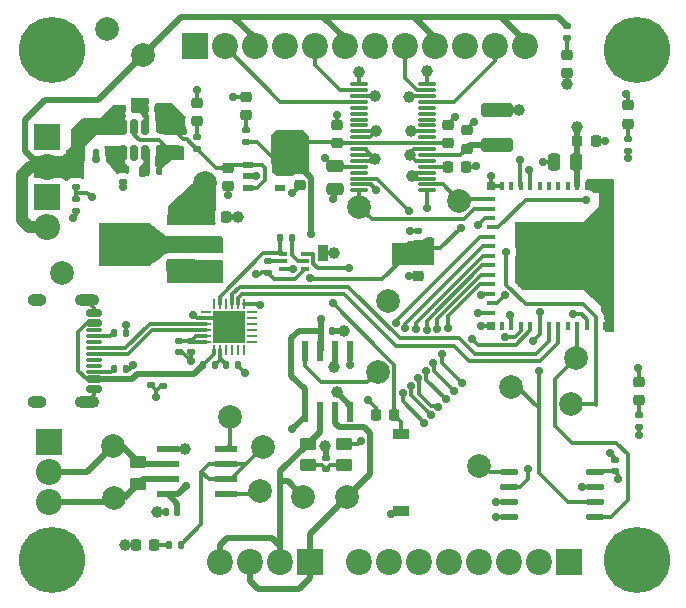
<source format=gtl>
G04 #@! TF.GenerationSoftware,KiCad,Pcbnew,8.0.6*
G04 #@! TF.CreationDate,2024-12-10T14:38:04-08:00*
G04 #@! TF.ProjectId,Constellation Stack V1.2,436f6e73-7465-46c6-9c61-74696f6e2053,rev?*
G04 #@! TF.SameCoordinates,Original*
G04 #@! TF.FileFunction,Copper,L1,Top*
G04 #@! TF.FilePolarity,Positive*
%FSLAX46Y46*%
G04 Gerber Fmt 4.6, Leading zero omitted, Abs format (unit mm)*
G04 Created by KiCad (PCBNEW 8.0.6) date 2024-12-10 14:38:04*
%MOMM*%
%LPD*%
G01*
G04 APERTURE LIST*
G04 Aperture macros list*
%AMRoundRect*
0 Rectangle with rounded corners*
0 $1 Rounding radius*
0 $2 $3 $4 $5 $6 $7 $8 $9 X,Y pos of 4 corners*
0 Add a 4 corners polygon primitive as box body*
4,1,4,$2,$3,$4,$5,$6,$7,$8,$9,$2,$3,0*
0 Add four circle primitives for the rounded corners*
1,1,$1+$1,$2,$3*
1,1,$1+$1,$4,$5*
1,1,$1+$1,$6,$7*
1,1,$1+$1,$8,$9*
0 Add four rect primitives between the rounded corners*
20,1,$1+$1,$2,$3,$4,$5,0*
20,1,$1+$1,$4,$5,$6,$7,0*
20,1,$1+$1,$6,$7,$8,$9,0*
20,1,$1+$1,$8,$9,$2,$3,0*%
%AMFreePoly0*
4,1,14,0.728536,0.728536,0.730000,0.725000,0.730000,-0.725000,0.728536,-0.728536,0.725000,-0.730000,-0.725000,-0.730000,-0.728536,-0.728536,-0.730000,-0.725000,-0.730000,0.125000,-0.728536,0.128536,-0.128536,0.728536,-0.125000,0.730000,0.725000,0.730000,0.728536,0.728536,0.728536,0.728536,$1*%
G04 Aperture macros list end*
G04 #@! TA.AperFunction,SMDPad,CuDef*
%ADD10RoundRect,0.150000X-0.500000X0.150000X-0.500000X-0.150000X0.500000X-0.150000X0.500000X0.150000X0*%
G04 #@! TD*
G04 #@! TA.AperFunction,SMDPad,CuDef*
%ADD11RoundRect,0.075000X-0.575000X0.075000X-0.575000X-0.075000X0.575000X-0.075000X0.575000X0.075000X0*%
G04 #@! TD*
G04 #@! TA.AperFunction,ComponentPad*
%ADD12O,2.100000X1.000000*%
G04 #@! TD*
G04 #@! TA.AperFunction,ComponentPad*
%ADD13O,1.600000X1.000000*%
G04 #@! TD*
G04 #@! TA.AperFunction,SMDPad,CuDef*
%ADD14RoundRect,0.250000X0.850000X-0.375000X0.850000X0.375000X-0.850000X0.375000X-0.850000X-0.375000X0*%
G04 #@! TD*
G04 #@! TA.AperFunction,SMDPad,CuDef*
%ADD15RoundRect,0.135000X-0.135000X-0.185000X0.135000X-0.185000X0.135000X0.185000X-0.135000X0.185000X0*%
G04 #@! TD*
G04 #@! TA.AperFunction,SMDPad,CuDef*
%ADD16RoundRect,0.135000X-0.185000X0.135000X-0.185000X-0.135000X0.185000X-0.135000X0.185000X0.135000X0*%
G04 #@! TD*
G04 #@! TA.AperFunction,SMDPad,CuDef*
%ADD17RoundRect,0.135000X0.185000X-0.135000X0.185000X0.135000X-0.185000X0.135000X-0.185000X-0.135000X0*%
G04 #@! TD*
G04 #@! TA.AperFunction,SMDPad,CuDef*
%ADD18RoundRect,0.140000X-0.170000X0.140000X-0.170000X-0.140000X0.170000X-0.140000X0.170000X0.140000X0*%
G04 #@! TD*
G04 #@! TA.AperFunction,SMDPad,CuDef*
%ADD19RoundRect,0.073750X-0.221250X0.801250X-0.221250X-0.801250X0.221250X-0.801250X0.221250X0.801250X0*%
G04 #@! TD*
G04 #@! TA.AperFunction,SMDPad,CuDef*
%ADD20RoundRect,0.250000X-1.100000X0.325000X-1.100000X-0.325000X1.100000X-0.325000X1.100000X0.325000X0*%
G04 #@! TD*
G04 #@! TA.AperFunction,SMDPad,CuDef*
%ADD21R,1.397000X0.889000*%
G04 #@! TD*
G04 #@! TA.AperFunction,SMDPad,CuDef*
%ADD22RoundRect,0.250000X-0.450000X0.262500X-0.450000X-0.262500X0.450000X-0.262500X0.450000X0.262500X0*%
G04 #@! TD*
G04 #@! TA.AperFunction,SMDPad,CuDef*
%ADD23R,0.952500X0.508000*%
G04 #@! TD*
G04 #@! TA.AperFunction,SMDPad,CuDef*
%ADD24RoundRect,0.075000X0.662500X0.075000X-0.662500X0.075000X-0.662500X-0.075000X0.662500X-0.075000X0*%
G04 #@! TD*
G04 #@! TA.AperFunction,SMDPad,CuDef*
%ADD25RoundRect,0.218750X0.256250X-0.218750X0.256250X0.218750X-0.256250X0.218750X-0.256250X-0.218750X0*%
G04 #@! TD*
G04 #@! TA.AperFunction,SMDPad,CuDef*
%ADD26RoundRect,0.140000X-0.140000X-0.170000X0.140000X-0.170000X0.140000X0.170000X-0.140000X0.170000X0*%
G04 #@! TD*
G04 #@! TA.AperFunction,SMDPad,CuDef*
%ADD27RoundRect,0.225000X-0.250000X0.225000X-0.250000X-0.225000X0.250000X-0.225000X0.250000X0.225000X0*%
G04 #@! TD*
G04 #@! TA.AperFunction,SMDPad,CuDef*
%ADD28RoundRect,0.250000X0.450000X-0.262500X0.450000X0.262500X-0.450000X0.262500X-0.450000X-0.262500X0*%
G04 #@! TD*
G04 #@! TA.AperFunction,SMDPad,CuDef*
%ADD29RoundRect,0.135000X0.135000X0.185000X-0.135000X0.185000X-0.135000X-0.185000X0.135000X-0.185000X0*%
G04 #@! TD*
G04 #@! TA.AperFunction,SMDPad,CuDef*
%ADD30RoundRect,0.062500X-0.350000X-0.062500X0.350000X-0.062500X0.350000X0.062500X-0.350000X0.062500X0*%
G04 #@! TD*
G04 #@! TA.AperFunction,SMDPad,CuDef*
%ADD31RoundRect,0.062500X-0.062500X-0.350000X0.062500X-0.350000X0.062500X0.350000X-0.062500X0.350000X0*%
G04 #@! TD*
G04 #@! TA.AperFunction,SMDPad,CuDef*
%ADD32R,2.700000X2.700000*%
G04 #@! TD*
G04 #@! TA.AperFunction,ComponentPad*
%ADD33C,5.600000*%
G04 #@! TD*
G04 #@! TA.AperFunction,SMDPad,CuDef*
%ADD34RoundRect,0.218750X-0.256250X0.218750X-0.256250X-0.218750X0.256250X-0.218750X0.256250X0.218750X0*%
G04 #@! TD*
G04 #@! TA.AperFunction,SMDPad,CuDef*
%ADD35RoundRect,0.140000X0.140000X0.170000X-0.140000X0.170000X-0.140000X-0.170000X0.140000X-0.170000X0*%
G04 #@! TD*
G04 #@! TA.AperFunction,SMDPad,CuDef*
%ADD36RoundRect,0.133350X-0.615950X-0.133350X0.615950X-0.133350X0.615950X0.133350X-0.615950X0.133350X0*%
G04 #@! TD*
G04 #@! TA.AperFunction,SMDPad,CuDef*
%ADD37RoundRect,0.140000X0.170000X-0.140000X0.170000X0.140000X-0.170000X0.140000X-0.170000X-0.140000X0*%
G04 #@! TD*
G04 #@! TA.AperFunction,SMDPad,CuDef*
%ADD38R,0.650000X0.400000*%
G04 #@! TD*
G04 #@! TA.AperFunction,SMDPad,CuDef*
%ADD39RoundRect,0.225000X0.225000X0.250000X-0.225000X0.250000X-0.225000X-0.250000X0.225000X-0.250000X0*%
G04 #@! TD*
G04 #@! TA.AperFunction,SMDPad,CuDef*
%ADD40R,0.889000X1.397000*%
G04 #@! TD*
G04 #@! TA.AperFunction,SMDPad,CuDef*
%ADD41RoundRect,0.225000X-0.225000X-0.250000X0.225000X-0.250000X0.225000X0.250000X-0.225000X0.250000X0*%
G04 #@! TD*
G04 #@! TA.AperFunction,SMDPad,CuDef*
%ADD42RoundRect,0.250000X-0.475000X0.250000X-0.475000X-0.250000X0.475000X-0.250000X0.475000X0.250000X0*%
G04 #@! TD*
G04 #@! TA.AperFunction,SMDPad,CuDef*
%ADD43RoundRect,0.150000X-0.150000X0.512500X-0.150000X-0.512500X0.150000X-0.512500X0.150000X0.512500X0*%
G04 #@! TD*
G04 #@! TA.AperFunction,SMDPad,CuDef*
%ADD44R,1.981200X0.540800*%
G04 #@! TD*
G04 #@! TA.AperFunction,SMDPad,CuDef*
%ADD45RoundRect,0.250000X0.250000X0.475000X-0.250000X0.475000X-0.250000X-0.475000X0.250000X-0.475000X0*%
G04 #@! TD*
G04 #@! TA.AperFunction,SMDPad,CuDef*
%ADD46R,0.400000X0.800000*%
G04 #@! TD*
G04 #@! TA.AperFunction,SMDPad,CuDef*
%ADD47R,0.800000X0.400000*%
G04 #@! TD*
G04 #@! TA.AperFunction,SMDPad,CuDef*
%ADD48R,1.450000X1.450000*%
G04 #@! TD*
G04 #@! TA.AperFunction,SMDPad,CuDef*
%ADD49R,0.700000X0.700000*%
G04 #@! TD*
G04 #@! TA.AperFunction,SMDPad,CuDef*
%ADD50FreePoly0,270.000000*%
G04 #@! TD*
G04 #@! TA.AperFunction,SMDPad,CuDef*
%ADD51RoundRect,0.250000X0.475000X-0.250000X0.475000X0.250000X-0.475000X0.250000X-0.475000X-0.250000X0*%
G04 #@! TD*
G04 #@! TA.AperFunction,SMDPad,CuDef*
%ADD52RoundRect,0.218750X-0.218750X-0.256250X0.218750X-0.256250X0.218750X0.256250X-0.218750X0.256250X0*%
G04 #@! TD*
G04 #@! TA.AperFunction,SMDPad,CuDef*
%ADD53R,2.150000X0.950000*%
G04 #@! TD*
G04 #@! TA.AperFunction,SMDPad,CuDef*
%ADD54R,2.150000X3.250000*%
G04 #@! TD*
G04 #@! TA.AperFunction,ComponentPad*
%ADD55C,2.000000*%
G04 #@! TD*
G04 #@! TA.AperFunction,ComponentPad*
%ADD56O,2.200000X2.200000*%
G04 #@! TD*
G04 #@! TA.AperFunction,ComponentPad*
%ADD57R,2.200000X2.200000*%
G04 #@! TD*
G04 #@! TA.AperFunction,ComponentPad*
%ADD58C,2.200000*%
G04 #@! TD*
G04 #@! TA.AperFunction,ViaPad*
%ADD59C,0.700000*%
G04 #@! TD*
G04 #@! TA.AperFunction,ViaPad*
%ADD60C,1.000000*%
G04 #@! TD*
G04 #@! TA.AperFunction,Conductor*
%ADD61C,0.300000*%
G04 #@! TD*
G04 #@! TA.AperFunction,Conductor*
%ADD62C,0.500000*%
G04 #@! TD*
G04 #@! TA.AperFunction,Conductor*
%ADD63C,1.000000*%
G04 #@! TD*
G04 APERTURE END LIST*
D10*
X32760000Y-51470000D03*
X32760000Y-52270000D03*
D11*
X32760000Y-53420000D03*
X32760000Y-54420000D03*
X32760000Y-54920000D03*
X32760000Y-55920000D03*
D10*
X32760000Y-57070000D03*
X32760000Y-57870000D03*
X32760000Y-57870000D03*
X32760000Y-57070000D03*
D11*
X32760000Y-56420000D03*
X32760000Y-55420000D03*
X32760000Y-53920000D03*
X32760000Y-52920000D03*
D10*
X32760000Y-52270000D03*
X32760000Y-51470000D03*
D12*
X32120000Y-50350000D03*
D13*
X27940000Y-50350000D03*
D12*
X32120000Y-58990000D03*
D13*
X27940000Y-58990000D03*
D14*
X39300000Y-37865000D03*
X39300000Y-35715000D03*
D15*
X32940000Y-37930000D03*
X33960000Y-37930000D03*
D16*
X35190000Y-39360001D03*
X35190000Y-40379999D03*
D17*
X78860000Y-61121250D03*
X78860000Y-60101250D03*
D18*
X39940000Y-53797500D03*
X39940000Y-54757500D03*
D17*
X47470000Y-48040000D03*
X47470000Y-47020000D03*
D19*
X54385000Y-54635000D03*
X53115000Y-54635000D03*
X51845000Y-54635000D03*
X50575000Y-54635000D03*
X50575000Y-59805000D03*
X51845000Y-59805000D03*
X53115000Y-59805000D03*
X54385000Y-59805000D03*
D20*
X66840000Y-34265000D03*
X66840000Y-37215000D03*
D21*
X58760000Y-68190002D03*
X58760000Y-61690000D03*
D18*
X38549999Y-56630000D03*
X38549999Y-57590000D03*
D15*
X48460000Y-45090000D03*
X49480000Y-45090000D03*
D22*
X53880000Y-62492500D03*
X53880000Y-64317500D03*
D16*
X72810000Y-27160000D03*
X72810000Y-28180000D03*
D23*
X45762050Y-38930040D03*
X45762050Y-39880000D03*
X45762050Y-40829960D03*
X48517950Y-40829960D03*
X48517950Y-38930040D03*
D24*
X60922500Y-41060000D03*
X60922500Y-40560000D03*
X60922500Y-40060000D03*
X60922500Y-39560000D03*
X60922500Y-39060000D03*
X60922500Y-38560000D03*
X60922500Y-38060000D03*
X60922500Y-37560000D03*
X60922500Y-37060000D03*
X60922500Y-36560000D03*
X60922500Y-36060000D03*
X60922500Y-35560000D03*
X60922500Y-35060000D03*
X60922500Y-34560000D03*
X60922500Y-34060000D03*
X60922500Y-33560000D03*
X60922500Y-33060000D03*
X60922500Y-32560000D03*
X60922500Y-32060000D03*
X55197500Y-32060000D03*
X55197500Y-32560000D03*
X55197500Y-33060000D03*
X55197500Y-33560000D03*
X55197500Y-34060000D03*
X55197500Y-34560000D03*
X55197500Y-35060000D03*
X55197500Y-35560000D03*
X55197500Y-36060000D03*
X55197500Y-36560000D03*
X55197500Y-37060000D03*
X55197500Y-37560000D03*
X55197500Y-38060000D03*
X55197500Y-38560000D03*
X55197500Y-39060000D03*
X55197500Y-39560000D03*
X55197500Y-40060000D03*
X55197500Y-40560000D03*
X55197500Y-41060000D03*
D25*
X72810000Y-31145000D03*
X72810000Y-29570000D03*
D26*
X35160000Y-34170000D03*
X36120000Y-34170000D03*
D27*
X64310000Y-35965000D03*
X64310000Y-37515000D03*
D28*
X36490000Y-65922500D03*
X36490000Y-64097500D03*
D29*
X43020001Y-55807500D03*
X42000001Y-55807500D03*
D30*
X42207500Y-51360000D03*
X42207500Y-51860000D03*
X42207500Y-52360000D03*
X42207500Y-52860000D03*
X42207500Y-53360000D03*
X42207500Y-53860000D03*
D31*
X42920000Y-54572500D03*
X43420000Y-54572500D03*
X43920000Y-54572500D03*
X44420000Y-54572500D03*
X44920000Y-54572500D03*
X45420000Y-54572500D03*
D30*
X46132500Y-53860000D03*
X46132500Y-53360000D03*
X46132500Y-52860000D03*
X46132500Y-52360000D03*
X46132500Y-51860000D03*
X46132500Y-51360000D03*
D31*
X45420000Y-50647500D03*
X44920000Y-50647500D03*
X44420000Y-50647500D03*
X43920000Y-50647500D03*
X43420000Y-50647500D03*
X42920000Y-50647500D03*
D32*
X44170000Y-52610000D03*
D27*
X60215001Y-46745318D03*
X60215001Y-48295318D03*
D16*
X60215450Y-44480318D03*
X60215450Y-45500318D03*
D27*
X50170000Y-39095000D03*
X50170000Y-40645000D03*
D33*
X29210000Y-29210000D03*
D28*
X50860000Y-64320000D03*
X50860000Y-62495000D03*
D16*
X31200000Y-39720002D03*
X31200000Y-40740002D03*
D29*
X40130000Y-71050000D03*
X39110000Y-71050000D03*
D34*
X45640001Y-33142502D03*
X45640001Y-34717502D03*
X41460000Y-33645000D03*
X41460000Y-35220000D03*
D27*
X62730000Y-35515000D03*
X62730000Y-37065000D03*
D34*
X78860000Y-57243751D03*
X78860000Y-58818751D03*
D33*
X29210000Y-72390000D03*
D29*
X44970000Y-55817500D03*
X43950000Y-55817500D03*
D35*
X39790000Y-68250000D03*
X38830000Y-68250000D03*
D33*
X78740000Y-29210000D03*
D36*
X67882400Y-64875000D03*
X67882400Y-66145000D03*
X67882400Y-67415000D03*
X67882400Y-68685000D03*
X75197600Y-68685000D03*
X75197600Y-67415000D03*
X75197600Y-66145000D03*
X75197600Y-64875000D03*
D37*
X76850000Y-64860000D03*
X76850000Y-63900000D03*
D27*
X44100001Y-39155001D03*
X44100001Y-40705001D03*
D38*
X48710000Y-46410000D03*
X48710000Y-47060000D03*
X48710000Y-47710000D03*
X50610000Y-47710000D03*
X50610000Y-47060000D03*
X50610000Y-46410000D03*
D39*
X58185000Y-60090000D03*
X56635000Y-60090000D03*
D17*
X41460000Y-37519999D03*
X41460000Y-36499999D03*
D40*
X52094999Y-46390318D03*
X58595001Y-46390318D03*
D41*
X42410000Y-43300000D03*
X43960000Y-43300000D03*
D42*
X42710000Y-45690000D03*
X42710000Y-47590000D03*
D16*
X31190000Y-41760000D03*
X31190000Y-42780000D03*
D15*
X34400000Y-56180000D03*
X35420000Y-56180000D03*
D27*
X53330000Y-35515000D03*
X53330000Y-37065000D03*
D15*
X34410000Y-53140000D03*
X35430000Y-53140000D03*
D43*
X37099999Y-35655000D03*
X36150000Y-35655000D03*
X35200001Y-35655000D03*
X35200001Y-37930000D03*
X36150000Y-37930000D03*
X37099999Y-37930000D03*
D17*
X45640000Y-36940000D03*
X45640000Y-35920000D03*
D18*
X52370000Y-63707500D03*
X52370000Y-64667500D03*
D44*
X43904999Y-66795000D03*
X43904999Y-65525000D03*
X43904999Y-64255000D03*
X43904999Y-62985000D03*
X38975001Y-62985000D03*
X38975001Y-64255000D03*
X38975001Y-65525000D03*
X38975001Y-66795000D03*
D17*
X77960000Y-37710000D03*
X77960000Y-36690000D03*
D45*
X73550000Y-38650000D03*
X71650000Y-38650000D03*
D35*
X38070000Y-34170000D03*
X37110000Y-34170000D03*
D18*
X37540000Y-56610000D03*
X37540000Y-57570000D03*
D46*
X75270000Y-40700000D03*
X74470000Y-40700000D03*
X73670000Y-40700000D03*
X72870000Y-40700000D03*
X72070000Y-40700000D03*
X71270000Y-40700000D03*
X70470000Y-40700000D03*
X69670000Y-40700000D03*
X68870000Y-40700000D03*
X68070000Y-40700000D03*
X67270000Y-40700000D03*
D47*
X66370000Y-41800000D03*
X66370000Y-42600000D03*
X66370000Y-43400000D03*
X66370000Y-44200000D03*
X66370000Y-45000000D03*
X66370000Y-45800000D03*
X66370000Y-46600000D03*
X66370000Y-47400000D03*
X66370000Y-48200000D03*
X66370000Y-49000000D03*
X66370000Y-49800000D03*
X66370000Y-50600000D03*
X66370000Y-51400000D03*
D46*
X67270000Y-52500000D03*
X68070000Y-52500000D03*
X68870000Y-52500000D03*
X69670000Y-52500000D03*
X70470000Y-52500000D03*
X71270000Y-52500000D03*
X72070000Y-52500000D03*
X72870000Y-52500000D03*
X73670000Y-52500000D03*
X74470000Y-52500000D03*
X75270000Y-52500000D03*
D47*
X76170000Y-51400000D03*
X76170000Y-50600000D03*
X76170000Y-49800000D03*
X76170000Y-49000000D03*
X76170000Y-48200000D03*
X76170000Y-47400000D03*
X76170000Y-46600000D03*
X76170000Y-45800000D03*
X76170000Y-45000000D03*
X76170000Y-44200000D03*
X76170000Y-43400000D03*
X76170000Y-42600000D03*
X76170000Y-41800000D03*
D48*
X71270000Y-46600000D03*
D49*
X76220000Y-52550000D03*
X66320000Y-52550000D03*
X66320000Y-40650000D03*
X76220000Y-40650000D03*
D48*
X71270000Y-44650000D03*
X69320000Y-44650000D03*
X69320000Y-46600000D03*
X69320000Y-48550000D03*
X71270000Y-48550000D03*
X73220000Y-48550000D03*
X73220000Y-46600000D03*
D50*
X73220000Y-44650000D03*
D51*
X53140000Y-40900000D03*
X53140000Y-39000000D03*
D33*
X78740000Y-72380000D03*
D34*
X77960000Y-33822500D03*
X77960000Y-35397500D03*
D52*
X36272501Y-71050000D03*
X37847501Y-71050000D03*
D26*
X51950000Y-52940000D03*
X52910000Y-52940000D03*
D41*
X62695000Y-39060000D03*
X64245000Y-39060000D03*
D26*
X37260000Y-39440000D03*
X38220000Y-39440000D03*
D18*
X40980001Y-53797500D03*
X40980001Y-54757500D03*
D53*
X40230000Y-47900000D03*
X40230000Y-45600000D03*
X40230000Y-43300000D03*
D54*
X34430000Y-45600000D03*
D41*
X73655000Y-36850000D03*
X75205000Y-36850000D03*
D55*
X73540000Y-55260000D03*
X34410000Y-67130000D03*
X34370000Y-62680000D03*
X46810000Y-66500000D03*
X30010000Y-48060000D03*
D56*
X28790000Y-44160000D03*
D57*
X28790000Y-41620000D03*
D58*
X28790000Y-39080000D03*
D57*
X28790000Y-36540000D03*
D55*
X33860000Y-27360000D03*
X73090000Y-59160000D03*
X54170000Y-67000000D03*
X36880000Y-29630000D03*
D57*
X41260000Y-28850000D03*
D58*
X43800000Y-28850000D03*
X46340000Y-28850000D03*
X48880000Y-28850000D03*
X51420000Y-28850000D03*
X53960000Y-28850000D03*
X56500000Y-28850000D03*
X59040000Y-28850000D03*
X61580000Y-28850000D03*
X64120000Y-28850000D03*
X66660000Y-28850000D03*
X69200000Y-28850000D03*
D55*
X49750000Y-36960000D03*
X50450000Y-67000000D03*
X55190000Y-42440001D03*
X56810000Y-56400000D03*
X44280000Y-60270000D03*
X68090000Y-57670000D03*
X65330000Y-64400000D03*
X42160000Y-40440000D03*
D57*
X51050000Y-72520000D03*
D58*
X48510000Y-72520000D03*
X45970000Y-72520000D03*
X43430000Y-72520000D03*
D55*
X63670000Y-41940000D03*
X57640000Y-50440000D03*
D58*
X28910000Y-67460000D03*
X28910000Y-64920000D03*
D57*
X28910000Y-62380000D03*
X72930000Y-72530000D03*
D58*
X70390000Y-72530000D03*
X67850000Y-72530000D03*
X65310000Y-72530000D03*
X62770000Y-72530000D03*
X60230000Y-72530000D03*
X57690000Y-72530000D03*
X55150000Y-72530000D03*
D55*
X47070000Y-62810000D03*
D59*
X35210000Y-40800000D03*
D60*
X39200000Y-34310000D03*
X56540000Y-38380000D03*
X36619921Y-33780000D03*
D59*
X44100000Y-41490000D03*
X42320000Y-48480000D03*
X32940000Y-38420000D03*
X65540000Y-52550000D03*
X76400000Y-63320000D03*
D60*
X74940000Y-46510000D03*
X74940000Y-49160000D03*
D59*
X44480000Y-33140000D03*
D60*
X53280000Y-58170000D03*
X35340000Y-71050000D03*
X52280000Y-62740000D03*
D59*
X52940000Y-41750000D03*
X41490000Y-32569999D03*
X59395450Y-48295318D03*
D60*
X74940000Y-45185000D03*
X56508284Y-33058767D03*
X59609106Y-36054748D03*
D59*
X57900000Y-68480000D03*
D60*
X72810000Y-32080000D03*
X59439380Y-33116796D03*
D59*
X65050000Y-39000000D03*
X30930000Y-43390000D03*
X78840000Y-56131251D03*
X36051486Y-55881110D03*
D60*
X68690000Y-34260000D03*
X59640000Y-39800000D03*
D59*
X65260000Y-43989500D03*
X45550000Y-56500000D03*
X41160000Y-51580000D03*
X40980000Y-55517500D03*
X63350000Y-34830000D03*
D60*
X74940000Y-47835000D03*
D59*
X49540000Y-41240000D03*
D60*
X56660000Y-36010000D03*
D59*
X35460000Y-52470000D03*
D60*
X40470000Y-62990000D03*
D59*
X43070000Y-48500000D03*
D60*
X59485500Y-38080000D03*
X53035001Y-46390318D03*
X44910000Y-43300000D03*
X53090000Y-56020000D03*
X55200000Y-31000000D03*
X74940000Y-43860000D03*
D59*
X46499016Y-39880000D03*
D60*
X60920000Y-30990000D03*
D59*
X76000000Y-36840000D03*
D60*
X38050000Y-68250000D03*
D59*
X55940000Y-58830000D03*
D60*
X53870000Y-52940000D03*
D59*
X66790000Y-68700000D03*
X53330000Y-34710000D03*
X66350000Y-39850000D03*
X70800000Y-38670000D03*
X64910000Y-35280000D03*
X77790000Y-32909999D03*
X37970000Y-58570000D03*
X78860000Y-61731251D03*
D60*
X73670000Y-35660000D03*
D59*
X59530000Y-44500000D03*
D60*
X37350000Y-44550000D03*
D59*
X74100000Y-66145000D03*
D60*
X37400000Y-45650000D03*
X36300000Y-46750000D03*
X37400000Y-46750000D03*
D59*
X66790000Y-67410000D03*
X52290000Y-38280000D03*
D60*
X36300000Y-45640000D03*
D59*
X77150000Y-65510000D03*
D60*
X36300000Y-44550000D03*
D59*
X69540000Y-39330000D03*
X63790000Y-44230000D03*
X49630000Y-47680000D03*
X51060000Y-48500000D03*
X51950000Y-51930000D03*
X49520000Y-61300000D03*
X51120000Y-44760000D03*
X40570000Y-66110000D03*
X54340000Y-47640000D03*
X67530000Y-49920000D03*
X52940000Y-50610000D03*
X46450000Y-48170000D03*
X46825813Y-50790863D03*
X55310000Y-62320000D03*
X67960000Y-51610000D03*
X32570000Y-41660000D03*
X68850000Y-38480000D03*
X74400000Y-41850000D03*
X77920000Y-38340000D03*
X70410000Y-56360000D03*
X69880189Y-53830567D03*
X70470000Y-51379500D03*
X56640000Y-41010000D03*
X60922500Y-42560000D03*
X59450000Y-42790000D03*
X67650000Y-46270000D03*
X69510000Y-64670000D03*
X73340000Y-51550000D03*
X67570000Y-53441000D03*
X64790000Y-53650000D03*
X54420000Y-55810000D03*
X65520000Y-49900500D03*
X65290000Y-51400000D03*
X62696128Y-52740000D03*
X63923175Y-57343175D03*
X62225122Y-54941422D03*
X63230500Y-58085837D03*
X61800893Y-52827508D03*
X61464804Y-55701740D03*
X62533774Y-58732575D03*
X60901599Y-52846847D03*
X60828760Y-56337784D03*
X60002191Y-52833788D03*
X60192716Y-56973828D03*
X61897730Y-59368620D03*
X61303671Y-60044045D03*
X59106833Y-52747539D03*
X59556672Y-57609873D03*
X60716198Y-60725206D03*
X58920628Y-58245917D03*
X58338209Y-52280291D03*
D61*
X72070000Y-53980000D02*
X72070000Y-52500000D01*
X70520000Y-55530000D02*
X72070000Y-53980000D01*
X64500000Y-55530000D02*
X70520000Y-55530000D01*
X53920000Y-49800000D02*
X58350000Y-54230000D01*
X45269904Y-49800000D02*
X53920000Y-49800000D01*
X58350000Y-54230000D02*
X63200000Y-54230000D01*
X44920000Y-50149904D02*
X45269904Y-49800000D01*
X63200000Y-54230000D02*
X64500000Y-55530000D01*
X44920000Y-50647500D02*
X44920000Y-50149904D01*
X71270000Y-53790000D02*
X71270000Y-52500000D01*
X64990000Y-54910000D02*
X70150000Y-54910000D01*
X63630653Y-53550653D02*
X64990000Y-54910000D01*
X58618621Y-53550653D02*
X63630653Y-53550653D01*
X45070000Y-49200000D02*
X54267968Y-49200000D01*
X54267968Y-49200000D02*
X58618621Y-53550653D01*
X44420000Y-49850000D02*
X45070000Y-49200000D01*
X70150000Y-54910000D02*
X71270000Y-53790000D01*
X44420000Y-50647500D02*
X44420000Y-49850000D01*
X69670000Y-52907106D02*
X69670000Y-52500000D01*
X67389550Y-54130000D02*
X67400050Y-54140500D01*
X67400050Y-54140500D02*
X68436606Y-54140500D01*
X65270000Y-54130000D02*
X67389550Y-54130000D01*
X68436606Y-54140500D02*
X69670000Y-52907106D01*
X64790000Y-53650000D02*
X65270000Y-54130000D01*
X57160000Y-54840000D02*
X57160000Y-54830000D01*
X57160000Y-54830000D02*
X52940000Y-50610000D01*
X58185000Y-60090000D02*
X58185000Y-55865000D01*
X58185000Y-55865000D02*
X57160000Y-54840000D01*
X46539006Y-40829960D02*
X47199016Y-40169950D01*
X47199016Y-39149016D02*
X46980040Y-38930040D01*
X47199016Y-40169950D02*
X47199016Y-39149016D01*
X40580000Y-36720000D02*
X40305000Y-36720000D01*
X46980040Y-38930040D02*
X45762050Y-38930040D01*
X45762050Y-38930040D02*
X44324962Y-38930040D01*
X35190000Y-40379999D02*
X35190000Y-40780000D01*
X35190000Y-40780000D02*
X35210000Y-40800000D01*
X43095002Y-39155001D02*
X41460000Y-37519999D01*
X44100001Y-39155001D02*
X43095002Y-39155001D01*
X41379999Y-37519999D02*
X40580000Y-36720000D01*
X44324962Y-38930040D02*
X44100001Y-39155001D01*
X40305000Y-36720000D02*
X39300000Y-35715000D01*
X41460000Y-37519999D02*
X41379999Y-37519999D01*
X45762050Y-40829960D02*
X46539006Y-40829960D01*
X37970000Y-58570000D02*
X37970000Y-58060000D01*
X56540000Y-38380000D02*
X56220000Y-38060000D01*
X52094999Y-46390318D02*
X53035001Y-46390318D01*
X64310000Y-35965000D02*
X64310000Y-35880000D01*
D62*
X52370000Y-63707500D02*
X52370000Y-62830000D01*
X52370000Y-62830000D02*
X52280000Y-62740000D01*
X53280000Y-58170000D02*
X54385000Y-59275000D01*
D61*
X75990000Y-36850000D02*
X76000000Y-36840000D01*
X66320000Y-40650000D02*
X66320000Y-39880000D01*
X75205000Y-36850000D02*
X75990000Y-36850000D01*
X77790000Y-32909999D02*
X77960000Y-33079999D01*
D62*
X53115000Y-55995000D02*
X53090000Y-56020000D01*
D61*
X56220000Y-38060000D02*
X55197500Y-38060000D01*
X58760000Y-68190002D02*
X58189998Y-68190002D01*
X35420000Y-56180000D02*
X35752596Y-56180000D01*
X32760000Y-58350000D02*
X32120000Y-58990000D01*
X65849500Y-43400000D02*
X65260000Y-43989500D01*
X40980001Y-54757500D02*
X40980001Y-55517499D01*
X56507051Y-33060000D02*
X56508284Y-33058767D01*
X32760000Y-50990000D02*
X32120000Y-50350000D01*
D62*
X52910000Y-52940000D02*
X53870000Y-52940000D01*
X68685000Y-34265000D02*
X68690000Y-34260000D01*
D61*
X37970000Y-58000000D02*
X37540000Y-57570000D01*
X40980001Y-55517499D02*
X40980000Y-55517500D01*
X78860000Y-57243752D02*
X78860000Y-56151250D01*
X64990000Y-39060000D02*
X64245000Y-39060000D01*
X55197500Y-32060000D02*
X55197500Y-31002500D01*
X39940000Y-54757500D02*
X40220000Y-54757500D01*
X65050000Y-39000000D02*
X64990000Y-39060000D01*
X59640000Y-39800000D02*
X59900000Y-40060000D01*
X36272501Y-71050000D02*
X35340000Y-71050000D01*
D62*
X53115000Y-54635000D02*
X53115000Y-55995000D01*
D61*
X56540000Y-38380000D02*
X56360000Y-38560000D01*
X59614358Y-36060000D02*
X59609106Y-36054748D01*
X53140000Y-40900000D02*
X53140000Y-41550000D01*
X41490000Y-33615000D02*
X41460000Y-33645000D01*
X44970000Y-55920000D02*
X44970000Y-55817500D01*
X59485500Y-38080000D02*
X59965500Y-38560000D01*
X56610000Y-36060000D02*
X55197500Y-36060000D01*
X67270000Y-40700000D02*
X66370000Y-40700000D01*
X59485500Y-38080000D02*
X59485500Y-37924500D01*
X35752596Y-56180000D02*
X36051486Y-55881110D01*
X45762050Y-39880000D02*
X46499016Y-39880000D01*
X45640001Y-33142502D02*
X44482502Y-33142502D01*
X76850000Y-63900000D02*
X76850000Y-63770000D01*
X53140000Y-41550000D02*
X52940000Y-41750000D01*
X59850000Y-37560000D02*
X60922500Y-37560000D01*
X65540000Y-52550000D02*
X66320000Y-52550000D01*
D62*
X66840000Y-34265000D02*
X68685000Y-34265000D01*
D61*
X59900000Y-40060000D02*
X60922500Y-40060000D01*
X44100001Y-41489999D02*
X44100000Y-41490000D01*
X55197500Y-33060000D02*
X56507051Y-33060000D01*
X41490000Y-32569999D02*
X41490000Y-33615000D01*
X40465000Y-62985000D02*
X40470000Y-62990000D01*
X56635000Y-59525000D02*
X55940000Y-58830000D01*
X62730000Y-35450000D02*
X63350000Y-34830000D01*
X56635000Y-60090000D02*
X56635000Y-59525000D01*
X60922500Y-30992500D02*
X60920000Y-30990000D01*
X38440000Y-57590000D02*
X38549999Y-57590000D01*
X44482502Y-33142502D02*
X44480000Y-33140000D01*
X49540000Y-41240000D02*
X49575000Y-41240000D01*
X31190000Y-43130000D02*
X31190000Y-42780000D01*
X59496176Y-33060000D02*
X59439380Y-33116796D01*
X71650000Y-38650000D02*
X70820000Y-38650000D01*
X30930000Y-43390000D02*
X31190000Y-43130000D01*
X37970000Y-58060000D02*
X38440000Y-57590000D01*
X55720000Y-37560000D02*
X55197500Y-37560000D01*
X67882400Y-68685000D02*
X66805000Y-68685000D01*
X41160000Y-51580000D02*
X41440000Y-51860000D01*
X66320000Y-39880000D02*
X66350000Y-39850000D01*
X60922500Y-32060000D02*
X60922500Y-30992500D01*
X60922500Y-33060000D02*
X59496176Y-33060000D01*
X59485500Y-37924500D02*
X59850000Y-37560000D01*
D62*
X43960000Y-43300000D02*
X44910000Y-43300000D01*
D61*
X56660000Y-36010000D02*
X56110000Y-36560000D01*
X64310000Y-35880000D02*
X64910000Y-35280000D01*
X59965500Y-38560000D02*
X60922500Y-38560000D01*
D62*
X54385000Y-59275000D02*
X54385000Y-59805000D01*
D61*
X60922500Y-39560000D02*
X59880000Y-39560000D01*
X44170000Y-52610000D02*
X43420000Y-51860000D01*
X59395450Y-48295318D02*
X60215001Y-48295318D01*
X41440000Y-51860000D02*
X42207500Y-51860000D01*
X66370000Y-40700000D02*
X66320000Y-40650000D01*
X66805000Y-68685000D02*
X66790000Y-68700000D01*
X76850000Y-63770000D02*
X76400000Y-63320000D01*
X32940000Y-38420000D02*
X32940000Y-37930000D01*
X53330000Y-35515000D02*
X53330000Y-34710000D01*
X60922500Y-36060000D02*
X59614358Y-36060000D01*
X78860000Y-56151250D02*
X78840000Y-56131251D01*
X56540000Y-38380000D02*
X55720000Y-37560000D01*
X45550000Y-56500000D02*
X44970000Y-55920000D01*
X32760000Y-51470000D02*
X32760000Y-50990000D01*
X58189998Y-68190002D02*
X57900000Y-68480000D01*
X38830000Y-68250000D02*
X38050000Y-68250000D01*
X38975001Y-62985000D02*
X40465000Y-62985000D01*
X70820000Y-38650000D02*
X70800000Y-38670000D01*
X35430000Y-53140000D02*
X35430000Y-52500000D01*
X56110000Y-36560000D02*
X55197500Y-36560000D01*
X56360000Y-38560000D02*
X55197500Y-38560000D01*
X77960000Y-33079999D02*
X77960000Y-33822499D01*
X56660000Y-36010000D02*
X56610000Y-36060000D01*
X37970000Y-58570000D02*
X37970000Y-58000000D01*
X44100001Y-40705001D02*
X44100001Y-41489999D01*
X72810000Y-31145000D02*
X72810000Y-32080000D01*
X49575000Y-41240000D02*
X50170000Y-40645000D01*
X59880000Y-39560000D02*
X59640000Y-39800000D01*
X43420000Y-51860000D02*
X42207500Y-51860000D01*
X35430000Y-52500000D02*
X35460000Y-52470000D01*
X55197500Y-31002500D02*
X55200000Y-31000000D01*
X32760000Y-57870000D02*
X32760000Y-58350000D01*
X40220000Y-54757500D02*
X40980000Y-55517500D01*
X62730000Y-35515000D02*
X62730000Y-35450000D01*
X66370000Y-43400000D02*
X65849500Y-43400000D01*
X67882400Y-67415000D02*
X66795000Y-67415000D01*
X55197500Y-39060000D02*
X53200000Y-39060000D01*
X78860000Y-61121249D02*
X78860000Y-61731251D01*
X75212600Y-64860000D02*
X75197600Y-64875000D01*
X53200000Y-39060000D02*
X53140000Y-39000000D01*
X77150000Y-65160000D02*
X76850000Y-64860000D01*
X74100000Y-66145000D02*
X75197600Y-66145000D01*
X66795000Y-67415000D02*
X66790000Y-67410000D01*
X59530000Y-44500000D02*
X59549682Y-44480318D01*
X53140000Y-39000000D02*
X53010000Y-39000000D01*
X53010000Y-39000000D02*
X52290000Y-38280000D01*
X77150000Y-65510000D02*
X77150000Y-65160000D01*
X76850000Y-64860000D02*
X75212600Y-64860000D01*
X59549682Y-44480318D02*
X60215450Y-44480318D01*
D62*
X73670000Y-40700000D02*
X73670000Y-35660000D01*
D61*
X58950001Y-46745318D02*
X60215001Y-46745318D01*
X51130000Y-48570000D02*
X57125319Y-48570000D01*
X57125319Y-48570000D02*
X58950001Y-46745318D01*
X51060000Y-48500000D02*
X51130000Y-48570000D01*
X61010319Y-45950000D02*
X60215001Y-46745318D01*
X62070000Y-45950000D02*
X61010319Y-45950000D01*
X69670000Y-39460000D02*
X69540000Y-39330000D01*
X49600000Y-47710000D02*
X49630000Y-47680000D01*
X48710000Y-47710000D02*
X49600000Y-47710000D01*
X63790000Y-44230000D02*
X62070000Y-45950000D01*
X69670000Y-40700000D02*
X69670000Y-39460000D01*
X31400000Y-56311041D02*
X32158959Y-57070000D01*
X31400000Y-53025305D02*
X31400000Y-56311041D01*
D62*
X38549999Y-56630000D02*
X41177501Y-56630000D01*
X35920000Y-57070000D02*
X36380000Y-56610000D01*
X41177501Y-56630000D02*
X42000001Y-55807500D01*
D61*
X42920000Y-54887501D02*
X42000001Y-55807500D01*
X32155305Y-52270000D02*
X31400000Y-53025305D01*
D62*
X37540000Y-56610000D02*
X38529999Y-56610000D01*
X38529999Y-56610000D02*
X38549999Y-56630000D01*
D61*
X32158959Y-57070000D02*
X32760000Y-57070000D01*
X32760000Y-52270000D02*
X32155305Y-52270000D01*
X42920000Y-54572500D02*
X42920000Y-54887501D01*
D62*
X32760000Y-57070000D02*
X35920000Y-57070000D01*
X36380000Y-56610000D02*
X37540000Y-56610000D01*
D61*
X40980001Y-53797500D02*
X41417501Y-53360000D01*
X41042501Y-53860000D02*
X40980001Y-53797500D01*
X41417501Y-53360000D02*
X42207500Y-53360000D01*
X39940000Y-53797500D02*
X40980001Y-53797500D01*
X42207500Y-53860000D02*
X41042501Y-53860000D01*
D62*
X39790000Y-68250000D02*
X39790000Y-67609999D01*
X50575000Y-59805000D02*
X50575000Y-57895000D01*
X51100000Y-44740000D02*
X51100000Y-40025000D01*
X49450000Y-53590000D02*
X50100000Y-52940000D01*
D61*
X62725000Y-37060000D02*
X62730000Y-37065000D01*
D62*
X39790000Y-67609999D02*
X38975001Y-66795000D01*
X51120000Y-44760000D02*
X51100000Y-44740000D01*
X50575000Y-57895000D02*
X49450000Y-56770000D01*
X50100000Y-52940000D02*
X51950000Y-52940000D01*
D61*
X53330000Y-37065000D02*
X53335000Y-37060000D01*
X60922500Y-37060000D02*
X62725000Y-37060000D01*
D62*
X51950000Y-54530000D02*
X51845000Y-54635000D01*
D61*
X45640000Y-36940000D02*
X46527910Y-36940000D01*
X53335000Y-37060000D02*
X55197500Y-37060000D01*
X46527910Y-36940000D02*
X48517950Y-38930040D01*
D62*
X40570000Y-66110000D02*
X39885000Y-66795000D01*
X51950000Y-52940000D02*
X51950000Y-51930000D01*
X50575000Y-60245000D02*
X49520000Y-61300000D01*
D61*
X53225000Y-36960000D02*
X53330000Y-37065000D01*
D62*
X39885000Y-66795000D02*
X38975001Y-66795000D01*
X51100000Y-40025000D02*
X50170000Y-39095000D01*
X51950000Y-52940000D02*
X51950000Y-54530000D01*
X50575000Y-59805000D02*
X50575000Y-60245000D01*
D61*
X49750000Y-36960000D02*
X53225000Y-36960000D01*
X55197500Y-37060000D02*
X60922500Y-37060000D01*
D62*
X49450000Y-56770000D02*
X49450000Y-53590000D01*
X46340000Y-28850000D02*
X46340000Y-28160000D01*
X53960000Y-28860000D02*
X53960000Y-28190000D01*
D63*
X27234366Y-44160000D02*
X26670000Y-43595634D01*
D62*
X28560000Y-33410000D02*
X33100000Y-33410000D01*
X61580000Y-28850000D02*
X61580000Y-28140000D01*
D63*
X26670000Y-39730000D02*
X27320000Y-39080000D01*
X27320000Y-39080000D02*
X28790000Y-39080000D01*
D62*
X28790000Y-39080000D02*
X28230000Y-39080000D01*
X40140000Y-26370000D02*
X72020000Y-26370000D01*
X28230000Y-39080000D02*
X26860000Y-37710000D01*
D63*
X26670000Y-43595634D02*
X26670000Y-39730000D01*
D62*
X72020000Y-26370000D02*
X72810000Y-27160000D01*
X53960000Y-28190000D02*
X52140000Y-26370000D01*
X53920000Y-28900000D02*
X53960000Y-28860000D01*
X46340000Y-28160000D02*
X44550000Y-26370000D01*
D63*
X28790000Y-44160000D02*
X27234366Y-44160000D01*
D62*
X69200000Y-28850000D02*
X69200000Y-28380000D01*
X33100000Y-33410000D02*
X40140000Y-26370000D01*
X69200000Y-28380000D02*
X67190000Y-26370000D01*
X26860000Y-37710000D02*
X26860000Y-35110000D01*
X26860000Y-35110000D02*
X28560000Y-33410000D01*
X61580000Y-28140000D02*
X59810000Y-26370000D01*
D61*
X36150000Y-35655000D02*
X36150000Y-36328763D01*
X38245000Y-36810000D02*
X39300000Y-37865000D01*
X36150000Y-36328763D02*
X36631237Y-36810000D01*
X36631237Y-36810000D02*
X38245000Y-36810000D01*
X52720000Y-64317500D02*
X52370000Y-64667500D01*
X52022500Y-64320000D02*
X52370000Y-64667500D01*
X53880000Y-64317500D02*
X52720000Y-64317500D01*
X50860000Y-64320000D02*
X52022500Y-64320000D01*
D62*
X66840000Y-37215000D02*
X64610000Y-37215000D01*
D61*
X60922500Y-38060000D02*
X63765000Y-38060000D01*
D62*
X64610000Y-37215000D02*
X64310000Y-37515000D01*
D61*
X63765000Y-38060000D02*
X64310000Y-37515000D01*
X60922500Y-39060000D02*
X62695000Y-39060000D01*
X37847501Y-71050000D02*
X39110000Y-71050000D01*
X45640001Y-35919999D02*
X45640000Y-35920000D01*
X45640001Y-34717502D02*
X45640001Y-35919999D01*
X78860000Y-60101249D02*
X78860000Y-58818751D01*
X72810000Y-28180000D02*
X72810000Y-29570000D01*
X41460000Y-35220000D02*
X41460000Y-36499999D01*
X77960000Y-36689999D02*
X77960000Y-35397499D01*
X32760000Y-53420000D02*
X34130000Y-53420000D01*
X34130000Y-53420000D02*
X34410000Y-53140000D01*
X35390000Y-54420000D02*
X37450000Y-52360000D01*
X32760000Y-54420000D02*
X35390000Y-54420000D01*
X37450000Y-52360000D02*
X42207500Y-52360000D01*
X37657106Y-52860000D02*
X35597106Y-54920000D01*
X42207500Y-52860000D02*
X37657106Y-52860000D01*
X35597106Y-54920000D02*
X32760000Y-54920000D01*
X34160000Y-56420000D02*
X34400000Y-56180000D01*
X32760000Y-56420000D02*
X34160000Y-56420000D01*
D62*
X34080000Y-67460000D02*
X34410000Y-67130000D01*
X34410000Y-67130000D02*
X35282500Y-67130000D01*
X38975001Y-65525000D02*
X36887500Y-65525000D01*
X35282500Y-67130000D02*
X36490000Y-65922500D01*
X28910000Y-67460000D02*
X34080000Y-67460000D01*
X36887500Y-65525000D02*
X36490000Y-65922500D01*
X38975001Y-64255000D02*
X36647500Y-64255000D01*
X34370000Y-62680000D02*
X35072500Y-62680000D01*
X35072500Y-62680000D02*
X36490000Y-64097500D01*
X32130000Y-64920000D02*
X34370000Y-62680000D01*
X36647500Y-64255000D02*
X36490000Y-64097500D01*
X28910000Y-64920000D02*
X32130000Y-64920000D01*
D61*
X66660000Y-30090000D02*
X66660000Y-28850000D01*
X63190000Y-33560000D02*
X66660000Y-30090000D01*
X60922500Y-33560000D02*
X63190000Y-33560000D01*
X60083959Y-32560000D02*
X59040000Y-31516041D01*
X60922500Y-32560000D02*
X60083959Y-32560000D01*
X59040000Y-31516041D02*
X59040000Y-28850000D01*
X51420000Y-30405634D02*
X53574366Y-32560000D01*
X51420000Y-28850000D02*
X51420000Y-30405634D01*
X53574366Y-32560000D02*
X55197500Y-32560000D01*
X48510000Y-33560000D02*
X55197500Y-33560000D01*
X43800000Y-28850000D02*
X48510000Y-33560000D01*
X67530000Y-49920000D02*
X66850000Y-50600000D01*
X51300499Y-46475499D02*
X51300499Y-47250499D01*
X66850000Y-50600000D02*
X66370000Y-50600000D01*
X51235000Y-46410000D02*
X51300499Y-46475499D01*
X58760000Y-60665000D02*
X58185000Y-60090000D01*
X51690000Y-47640000D02*
X54340000Y-47640000D01*
X50610000Y-46410000D02*
X51235000Y-46410000D01*
X58760000Y-61690000D02*
X58760000Y-60665000D01*
X51300499Y-47250499D02*
X51690000Y-47640000D01*
D62*
X51050000Y-72520000D02*
X51050000Y-70120000D01*
X55640000Y-61130000D02*
X56110000Y-61600000D01*
X56110000Y-61600000D02*
X56110000Y-65060000D01*
X53470000Y-61130000D02*
X55640000Y-61130000D01*
X56110000Y-65060000D02*
X54170000Y-67000000D01*
X53115000Y-60775000D02*
X53470000Y-61130000D01*
X46670000Y-74850000D02*
X50080000Y-74850000D01*
X51050000Y-73880000D02*
X51050000Y-72520000D01*
X50080000Y-74850000D02*
X51050000Y-73880000D01*
X45970000Y-72520000D02*
X45970000Y-74150000D01*
X45970000Y-74150000D02*
X46670000Y-74850000D01*
X53115000Y-59805000D02*
X53115000Y-60775000D01*
X51050000Y-70120000D02*
X54170000Y-67000000D01*
X43430000Y-72520000D02*
X43430000Y-71100000D01*
X47800000Y-70490000D02*
X48510000Y-71200000D01*
X49130000Y-65680000D02*
X48510000Y-65680000D01*
X48510000Y-65680000D02*
X48510000Y-64845000D01*
X48510000Y-64845000D02*
X50860000Y-62495000D01*
X51845000Y-61510000D02*
X50860000Y-62495000D01*
X51845000Y-59805000D02*
X51845000Y-61510000D01*
X43430000Y-71100000D02*
X44040000Y-70490000D01*
X48510000Y-72520000D02*
X48510000Y-65680000D01*
X48510000Y-71200000D02*
X48510000Y-72520000D01*
X50450000Y-67000000D02*
X49130000Y-65680000D01*
X44040000Y-70490000D02*
X47800000Y-70490000D01*
D61*
X43420000Y-50064106D02*
X47084106Y-46400000D01*
X47084106Y-46400000D02*
X48700000Y-46400000D01*
X43420000Y-50647500D02*
X43420000Y-50151637D01*
X48460000Y-45090000D02*
X48460000Y-46160000D01*
X43420000Y-50090000D02*
X43420000Y-50064106D01*
X48460000Y-46160000D02*
X48710000Y-46410000D01*
X48700000Y-46400000D02*
X48710000Y-46410000D01*
X47470000Y-47020000D02*
X48670000Y-47020000D01*
X48670000Y-47020000D02*
X48710000Y-47060000D01*
X46825813Y-50790863D02*
X46682450Y-50647500D01*
X46980000Y-47980000D02*
X47410000Y-47980000D01*
X46790000Y-48170000D02*
X46980000Y-47980000D01*
X47410000Y-47980000D02*
X47470000Y-48040000D01*
X47980000Y-48550000D02*
X49770000Y-48550000D01*
X49770000Y-48550000D02*
X50610000Y-47710000D01*
X47470000Y-48040000D02*
X47980000Y-48550000D01*
X46450000Y-48170000D02*
X46790000Y-48170000D01*
X46682450Y-50647500D02*
X45420000Y-50647500D01*
X49480000Y-46555000D02*
X49985000Y-47060000D01*
X49985000Y-47060000D02*
X50610000Y-47060000D01*
X49480000Y-45090000D02*
X49480000Y-46555000D01*
X43420000Y-54572500D02*
X43420000Y-55407501D01*
X43420000Y-55407501D02*
X43020001Y-55807500D01*
X43950000Y-55817500D02*
X43540001Y-55407501D01*
X43540001Y-55407501D02*
X43420000Y-55407501D01*
X53880000Y-62492500D02*
X55137500Y-62492500D01*
X55137500Y-62492500D02*
X55310000Y-62320000D01*
X41840000Y-64880000D02*
X42485000Y-65525000D01*
X41840000Y-69340000D02*
X40130000Y-71050000D01*
X41840000Y-64880000D02*
X41840000Y-69340000D01*
X42465000Y-64255000D02*
X41840000Y-64880000D01*
X68070000Y-51720000D02*
X68070000Y-52500000D01*
X43904999Y-64255000D02*
X42465000Y-64255000D01*
X45625000Y-64255000D02*
X47070000Y-62810000D01*
X44355000Y-65525000D02*
X45625000Y-64255000D01*
X42485000Y-65525000D02*
X43904999Y-65525000D01*
X43904999Y-64255000D02*
X45625000Y-64255000D01*
X43904999Y-65525000D02*
X44355000Y-65525000D01*
X67960000Y-51610000D02*
X68070000Y-51720000D01*
X68840000Y-38490000D02*
X68840000Y-40670000D01*
X31200000Y-41750000D02*
X31190000Y-41760000D01*
X32160000Y-41250000D02*
X32570000Y-41660000D01*
X31200000Y-41250000D02*
X31200000Y-41750000D01*
X68840000Y-40670000D02*
X68870000Y-40700000D01*
X68850000Y-38480000D02*
X68840000Y-38490000D01*
X31200000Y-40740002D02*
X31200000Y-41250000D01*
X31200000Y-41250000D02*
X32160000Y-41250000D01*
X66990000Y-44200000D02*
X66370000Y-44200000D01*
X74400000Y-41850000D02*
X74380000Y-41870000D01*
X77920000Y-38340000D02*
X77920000Y-37750000D01*
X69320000Y-41870000D02*
X66990000Y-44200000D01*
X77920000Y-37750000D02*
X77960000Y-37710000D01*
X74380000Y-41870000D02*
X69320000Y-41870000D01*
X70470000Y-53240756D02*
X70470000Y-52500000D01*
X70470000Y-51379500D02*
X70470000Y-52500000D01*
X68600000Y-57670000D02*
X70410000Y-59480000D01*
X70410000Y-64950000D02*
X70410000Y-59480000D01*
X56190000Y-40560000D02*
X56640000Y-41010000D01*
X55197500Y-40560000D02*
X56190000Y-40560000D01*
X72875000Y-67415000D02*
X70410000Y-64950000D01*
X75197600Y-67415000D02*
X72875000Y-67415000D01*
X70410000Y-56360000D02*
X70410000Y-59480000D01*
X69880189Y-53830567D02*
X70470000Y-53240756D01*
X68090000Y-57670000D02*
X68600000Y-57670000D01*
X71740000Y-57060000D02*
X73540000Y-55260000D01*
X73200811Y-62430000D02*
X71740000Y-60969189D01*
X71740000Y-60969189D02*
X71740000Y-57060000D01*
X77940000Y-67281250D02*
X77940000Y-63420000D01*
X76536250Y-68685000D02*
X77940000Y-67281250D01*
X75197600Y-68685000D02*
X76536250Y-68685000D01*
X60922500Y-42560000D02*
X60922500Y-41060000D01*
X76950000Y-62430000D02*
X73200811Y-62430000D01*
X77940000Y-63420000D02*
X76950000Y-62430000D01*
X73540000Y-55260000D02*
X73670000Y-55130000D01*
X73670000Y-55130000D02*
X73670000Y-52500000D01*
X75270000Y-59205460D02*
X75270000Y-52500000D01*
X74150000Y-50680000D02*
X69300000Y-50680000D01*
X75270000Y-52500000D02*
X75270000Y-51800000D01*
X69300000Y-50680000D02*
X67650000Y-49030000D01*
X67882400Y-66145000D02*
X68835000Y-66145000D01*
X69510000Y-65470000D02*
X69510000Y-64670000D01*
X75224540Y-59160000D02*
X73090000Y-59160000D01*
X56720000Y-40060000D02*
X55197500Y-40060000D01*
X59450000Y-42790000D02*
X56720000Y-40060000D01*
X68835000Y-66145000D02*
X69510000Y-65470000D01*
X67650000Y-49030000D02*
X67650000Y-46270000D01*
X75270000Y-51800000D02*
X74150000Y-50680000D01*
X75270000Y-59205460D02*
X75224540Y-59160000D01*
X64919189Y-42600000D02*
X64029189Y-43490000D01*
X55197500Y-42432501D02*
X55190000Y-42440001D01*
X56239999Y-43490000D02*
X55190000Y-42440001D01*
X64029189Y-43490000D02*
X56239999Y-43490000D01*
X55197500Y-41060000D02*
X55197500Y-42432501D01*
X66370000Y-42600000D02*
X64919189Y-42600000D01*
X73340000Y-51550000D02*
X74020000Y-51550000D01*
X67877400Y-64870000D02*
X66250000Y-64870000D01*
X74020000Y-51550000D02*
X74470000Y-52000000D01*
X66250000Y-64870000D02*
X66040000Y-64660000D01*
X67882400Y-64875000D02*
X67877400Y-64870000D01*
X74470000Y-52000000D02*
X74470000Y-52500000D01*
X63810000Y-41800000D02*
X63670000Y-41940000D01*
X62290000Y-40560000D02*
X63670000Y-41940000D01*
X60922500Y-40560000D02*
X62290000Y-40560000D01*
X66370000Y-41800000D02*
X63810000Y-41800000D01*
X46515000Y-66795000D02*
X46810000Y-66500000D01*
X68870000Y-53000000D02*
X68870000Y-52500000D01*
X68430000Y-53440000D02*
X68870000Y-53000000D01*
X43904999Y-66795000D02*
X46515000Y-66795000D01*
X67571000Y-53440000D02*
X68430000Y-53440000D01*
X67570000Y-53441000D02*
X67571000Y-53440000D01*
X44280000Y-62609999D02*
X43904999Y-62985000D01*
X44280000Y-60270000D02*
X44280000Y-62609999D01*
X54420000Y-55810000D02*
X54420000Y-54670000D01*
X65520000Y-49900500D02*
X65419500Y-49800000D01*
X54420000Y-54670000D02*
X54385000Y-54635000D01*
X65419500Y-49800000D02*
X66370000Y-49800000D01*
X50575000Y-54986773D02*
X50570000Y-54991773D01*
X51940000Y-57320000D02*
X55890000Y-57320000D01*
X65290000Y-51400000D02*
X66370000Y-51400000D01*
X50575000Y-54635000D02*
X50575000Y-54986773D01*
X50570000Y-54991773D02*
X50570000Y-55950000D01*
X50570000Y-55950000D02*
X51940000Y-57320000D01*
X55890000Y-57320000D02*
X56810000Y-56400000D01*
X62225122Y-55645122D02*
X63923175Y-57343175D01*
X65430550Y-49000000D02*
X66370000Y-49000000D01*
X62696128Y-51734422D02*
X65430550Y-49000000D01*
X62696128Y-52740000D02*
X62696128Y-51734422D01*
X62225122Y-54941422D02*
X62225122Y-55645122D01*
X61800893Y-52827508D02*
X61800893Y-51922551D01*
X61528760Y-56384097D02*
X63230500Y-58085837D01*
X61800893Y-51922551D02*
X65523444Y-48200000D01*
X65523444Y-48200000D02*
X66370000Y-48200000D01*
X61528760Y-55765696D02*
X61528760Y-56384097D01*
X61464804Y-55701740D02*
X61528760Y-55765696D01*
X60828760Y-56337784D02*
X60892716Y-56401740D01*
X60892716Y-57091517D02*
X62533774Y-58732575D01*
X60901599Y-52846847D02*
X60901599Y-52114739D01*
X60892716Y-56401740D02*
X60892716Y-57091517D01*
X65616338Y-47400000D02*
X66370000Y-47400000D01*
X60901599Y-52114739D02*
X65616338Y-47400000D01*
X60250000Y-58283268D02*
X61310777Y-59344045D01*
X60002191Y-52833788D02*
X60002191Y-52267809D01*
X61873155Y-59344045D02*
X61897730Y-59368620D01*
X60256672Y-57037784D02*
X60256672Y-57899823D01*
X65670000Y-46600000D02*
X66370000Y-46600000D01*
X60002191Y-52267809D02*
X65670000Y-46600000D01*
X60256672Y-57899823D02*
X60250000Y-57906495D01*
X61310777Y-59344045D02*
X61873155Y-59344045D01*
X60192716Y-56973828D02*
X60256672Y-57037784D01*
X60250000Y-57906495D02*
X60250000Y-58283268D01*
X59620628Y-58361002D02*
X61303671Y-60044045D01*
X59106833Y-52363167D02*
X65670000Y-45800000D01*
X59620628Y-57673829D02*
X59620628Y-58361002D01*
X65670000Y-45800000D02*
X66370000Y-45800000D01*
X59106833Y-52747539D02*
X59106833Y-52363167D01*
X59556672Y-57609873D02*
X59620628Y-57673829D01*
X60716198Y-60725206D02*
X58920628Y-58929636D01*
X58920628Y-58929636D02*
X58920628Y-58245917D01*
X58338209Y-52121791D02*
X65460000Y-45000000D01*
X65460000Y-45000000D02*
X66370000Y-45000000D01*
X58338209Y-52280291D02*
X58338209Y-52121791D01*
G04 #@! TA.AperFunction,Conductor*
G36*
X39378118Y-33699719D02*
G01*
X39445049Y-33719765D01*
X39466222Y-33737143D01*
X40459932Y-34756117D01*
X40492644Y-34817856D01*
X40494515Y-34855293D01*
X40484500Y-34953316D01*
X40484500Y-35486681D01*
X40494563Y-35585183D01*
X40547450Y-35744784D01*
X40547452Y-35744789D01*
X40605526Y-35838941D01*
X40623975Y-35902291D01*
X40628242Y-36205209D01*
X40609503Y-36272520D01*
X40557349Y-36319014D01*
X40505201Y-36330952D01*
X38751598Y-36344338D01*
X38684410Y-36325166D01*
X38662970Y-36308023D01*
X38659673Y-36304726D01*
X38575533Y-36248506D01*
X38553127Y-36233535D01*
X38434744Y-36184499D01*
X38434738Y-36184497D01*
X38309071Y-36159500D01*
X38309069Y-36159500D01*
X38131197Y-36159500D01*
X38064158Y-36139815D01*
X38018403Y-36087011D01*
X38007202Y-36036607D01*
X38003171Y-35585183D01*
X38000000Y-35230000D01*
X37927700Y-35137523D01*
X37901916Y-35072585D01*
X37901389Y-35061554D01*
X37901318Y-35039931D01*
X37900290Y-34725129D01*
X37882159Y-34592599D01*
X37872708Y-34558271D01*
X37873182Y-34490763D01*
X37887643Y-34440993D01*
X37890500Y-34404690D01*
X37890500Y-33935310D01*
X37887643Y-33899007D01*
X37873645Y-33850827D01*
X37873844Y-33780959D01*
X37911785Y-33722289D01*
X37975423Y-33693444D01*
X37993383Y-33692234D01*
X39378118Y-33699719D01*
G37*
G04 #@! TD.AperFunction*
G04 #@! TA.AperFunction,Conductor*
G36*
X50414419Y-35959685D02*
G01*
X50436560Y-35977843D01*
X50934887Y-36493655D01*
X50967309Y-36555544D01*
X50969704Y-36580536D01*
X50953293Y-39382405D01*
X50933216Y-39449328D01*
X50921020Y-39465120D01*
X50725988Y-39679515D01*
X50666316Y-39715860D01*
X50596466Y-39714173D01*
X50595260Y-39713780D01*
X50567711Y-39704651D01*
X50468346Y-39694500D01*
X49871662Y-39694500D01*
X49871644Y-39694501D01*
X49772292Y-39704650D01*
X49772289Y-39704651D01*
X49611305Y-39757996D01*
X49611296Y-39758000D01*
X49501759Y-39825563D01*
X49437100Y-39844023D01*
X48288776Y-39848067D01*
X48221667Y-39828619D01*
X48217992Y-39826182D01*
X47903169Y-39609297D01*
X47859129Y-39555054D01*
X47849516Y-39507183D01*
X47849516Y-39084944D01*
X47824518Y-38959277D01*
X47824517Y-38959276D01*
X47824517Y-38959272D01*
X47775481Y-38840889D01*
X47750896Y-38804095D01*
X47730020Y-38737418D01*
X47730000Y-38735206D01*
X47730000Y-36492791D01*
X47749685Y-36425752D01*
X47768052Y-36403411D01*
X48213998Y-35974616D01*
X48275965Y-35942340D01*
X48299943Y-35940000D01*
X50347380Y-35940000D01*
X50414419Y-35959685D01*
G37*
G04 #@! TD.AperFunction*
G04 #@! TA.AperFunction,Conductor*
G36*
X35292539Y-37289685D02*
G01*
X35338294Y-37342489D01*
X35349500Y-37394000D01*
X35349500Y-38508201D01*
X35352401Y-38545067D01*
X35352402Y-38545073D01*
X35398254Y-38702893D01*
X35398255Y-38702896D01*
X35481917Y-38844362D01*
X35481923Y-38844370D01*
X35598129Y-38960576D01*
X35598133Y-38960579D01*
X35598135Y-38960581D01*
X35598137Y-38960582D01*
X35633984Y-38981782D01*
X35681667Y-39032851D01*
X35694825Y-39085453D01*
X35705332Y-39510989D01*
X35687308Y-39578494D01*
X35635650Y-39625539D01*
X35566758Y-39637186D01*
X35546776Y-39633127D01*
X35475202Y-39612333D01*
X35439181Y-39609499D01*
X34940830Y-39609499D01*
X34940808Y-39609500D01*
X34904798Y-39612333D01*
X34751432Y-39656890D01*
X34681563Y-39656690D01*
X34622893Y-39618747D01*
X34622837Y-39618682D01*
X33807937Y-38671448D01*
X33779138Y-38607789D01*
X33778617Y-38577630D01*
X33795185Y-38420000D01*
X33776497Y-38242197D01*
X33721250Y-38072165D01*
X33721248Y-38072161D01*
X33721219Y-38072095D01*
X33721202Y-38072018D01*
X33719242Y-38065984D01*
X33719876Y-38065777D01*
X33710499Y-38021660D01*
X33710499Y-37680831D01*
X33710498Y-37680806D01*
X33710217Y-37677236D01*
X33707665Y-37644796D01*
X33662869Y-37490607D01*
X33643064Y-37457118D01*
X33625882Y-37389398D01*
X33648042Y-37323135D01*
X33702507Y-37279371D01*
X33749797Y-37270000D01*
X35225500Y-37270000D01*
X35292539Y-37289685D01*
G37*
G04 #@! TD.AperFunction*
G04 #@! TA.AperFunction,Conductor*
G36*
X43049510Y-40430898D02*
G01*
X43096312Y-40482776D01*
X43108562Y-40537926D01*
X43084372Y-42690791D01*
X43074498Y-42734191D01*
X43075268Y-42734447D01*
X43019651Y-42902288D01*
X43009500Y-43001647D01*
X43009500Y-43598337D01*
X43009501Y-43598355D01*
X43019650Y-43697707D01*
X43019652Y-43697714D01*
X43056075Y-43807634D01*
X43058476Y-43877463D01*
X43022744Y-43937504D01*
X42960223Y-43968696D01*
X42938971Y-43970636D01*
X39076199Y-43989387D01*
X39009065Y-43970028D01*
X38963054Y-43917446D01*
X38951607Y-43863810D01*
X38969319Y-42473446D01*
X38989856Y-42406664D01*
X39009321Y-42383801D01*
X41075452Y-40481803D01*
X41138104Y-40450883D01*
X41156940Y-40449061D01*
X42982091Y-40412558D01*
X43049510Y-40430898D01*
G37*
G04 #@! TD.AperFunction*
G04 #@! TA.AperFunction,Conductor*
G36*
X61397938Y-45038605D02*
G01*
X61464745Y-45059053D01*
X61509894Y-45112377D01*
X61520517Y-45162071D01*
X61529470Y-47275127D01*
X61510070Y-47342249D01*
X61457460Y-47388227D01*
X61405125Y-47399652D01*
X60761809Y-47397859D01*
X60723152Y-47391565D01*
X60612712Y-47354969D01*
X60513347Y-47344818D01*
X59916663Y-47344818D01*
X59916645Y-47344819D01*
X59817289Y-47354969D01*
X59715970Y-47388542D01*
X59676623Y-47394836D01*
X58064956Y-47390348D01*
X57997971Y-47370476D01*
X57952364Y-47317545D01*
X57941308Y-47265050D01*
X57958715Y-45602702D01*
X57979100Y-45535872D01*
X58032380Y-45490672D01*
X58082708Y-45480000D01*
X59220000Y-45480000D01*
X59341898Y-45378048D01*
X59405946Y-45350141D01*
X59434419Y-45349848D01*
X59440601Y-45350498D01*
X59440609Y-45350500D01*
X59440617Y-45350500D01*
X59619389Y-45350500D01*
X59619391Y-45350500D01*
X59794267Y-45313329D01*
X59910819Y-45261436D01*
X59963833Y-45251257D01*
X59963833Y-45250818D01*
X59966122Y-45250817D01*
X59966149Y-45250813D01*
X59966243Y-45250816D01*
X59966269Y-45250818D01*
X60464630Y-45250817D01*
X60500654Y-45247983D01*
X60654843Y-45203187D01*
X60793048Y-45121453D01*
X60844888Y-45069612D01*
X60906209Y-45036128D01*
X60933978Y-45033302D01*
X61397938Y-45038605D01*
G37*
G04 #@! TD.AperFunction*
G04 #@! TA.AperFunction,Conductor*
G36*
X76702844Y-40109896D02*
G01*
X76748794Y-40162530D01*
X76760191Y-40214268D01*
X76769234Y-46092192D01*
X76777723Y-51610261D01*
X76779809Y-52965809D01*
X76760227Y-53032879D01*
X76707494Y-53078715D01*
X76655809Y-53090000D01*
X76093265Y-53090000D01*
X76026226Y-53070315D01*
X75980471Y-53017511D01*
X75969976Y-52952742D01*
X75970500Y-52947873D01*
X75970499Y-52052128D01*
X75964091Y-51992517D01*
X75928318Y-51896604D01*
X75920500Y-51853271D01*
X75920500Y-51735928D01*
X75895502Y-51610261D01*
X75895501Y-51610260D01*
X75895501Y-51610256D01*
X75846465Y-51491873D01*
X75846464Y-51491872D01*
X75846461Y-51491866D01*
X75775277Y-51385332D01*
X75762142Y-51372197D01*
X75684669Y-51294724D01*
X75672495Y-51282550D01*
X75639011Y-51221228D01*
X75636198Y-51197092D01*
X75630000Y-50850000D01*
X75629999Y-50849999D01*
X75629999Y-50849998D01*
X74170000Y-49490000D01*
X69081308Y-49490000D01*
X69014269Y-49470315D01*
X68993627Y-49453681D01*
X68461766Y-48921820D01*
X68428281Y-48860497D01*
X68425451Y-48835013D01*
X68410540Y-46687792D01*
X68427152Y-46624931D01*
X68431250Y-46617835D01*
X68486497Y-46447803D01*
X68505185Y-46270000D01*
X68486497Y-46092197D01*
X68431250Y-45922165D01*
X68421287Y-45904909D01*
X68404678Y-45843775D01*
X68390798Y-43844861D01*
X68410017Y-43777686D01*
X68462502Y-43731566D01*
X68514795Y-43720000D01*
X74170000Y-43720000D01*
X75520000Y-42470000D01*
X75540000Y-41320000D01*
X75122454Y-41320000D01*
X75055415Y-41300315D01*
X75030304Y-41278972D01*
X74972231Y-41214475D01*
X74962608Y-41207483D01*
X74827593Y-41109388D01*
X74664267Y-41036671D01*
X74664265Y-41036670D01*
X74664264Y-41036670D01*
X74499956Y-41001745D01*
X74438474Y-40968552D01*
X74404698Y-40907389D01*
X74404120Y-40856262D01*
X74420500Y-40773919D01*
X74420500Y-40222205D01*
X74440185Y-40155166D01*
X74492989Y-40109411D01*
X74544035Y-40098207D01*
X76635732Y-40090460D01*
X76702844Y-40109896D01*
G37*
G04 #@! TD.AperFunction*
G04 #@! TA.AperFunction,Conductor*
G36*
X43546664Y-46938715D02*
G01*
X43613494Y-46959097D01*
X43658697Y-47012374D01*
X43669370Y-47063341D01*
X43660633Y-48775854D01*
X43640607Y-48842792D01*
X43587570Y-48888277D01*
X43535855Y-48899219D01*
X39011981Y-48870767D01*
X38945067Y-48850661D01*
X38899645Y-48797570D01*
X38888767Y-48748025D01*
X38871278Y-47016561D01*
X38890285Y-46949329D01*
X38942624Y-46903043D01*
X38996562Y-46891318D01*
X43546664Y-46938715D01*
G37*
G04 #@! TD.AperFunction*
G04 #@! TA.AperFunction,Conductor*
G36*
X35282539Y-33879685D02*
G01*
X35328294Y-33932489D01*
X35339500Y-33984000D01*
X35339500Y-34404697D01*
X35342356Y-34440991D01*
X35342357Y-34440997D01*
X35387504Y-34596390D01*
X35387504Y-34596391D01*
X35440034Y-34685216D01*
X35457215Y-34752940D01*
X35440034Y-34811455D01*
X35398258Y-34882096D01*
X35398254Y-34882107D01*
X35352402Y-35039926D01*
X35352401Y-35039932D01*
X35349500Y-35076798D01*
X35349500Y-36206000D01*
X35329815Y-36273039D01*
X35277011Y-36318794D01*
X35225500Y-36330000D01*
X32919998Y-36330000D01*
X31950000Y-37319999D01*
X31949999Y-37320001D01*
X31895692Y-39953884D01*
X31874629Y-40020504D01*
X31820893Y-40065160D01*
X31751545Y-40073676D01*
X31708597Y-40058060D01*
X31639393Y-40017133D01*
X31639388Y-40017131D01*
X31485208Y-39972337D01*
X31485202Y-39972336D01*
X31449181Y-39969502D01*
X30950830Y-39969502D01*
X30950808Y-39969503D01*
X30914794Y-39972337D01*
X30760611Y-40017131D01*
X30760606Y-40017133D01*
X30622404Y-40098865D01*
X30622396Y-40098871D01*
X30530985Y-40190283D01*
X30469662Y-40223768D01*
X30443014Y-40226602D01*
X30357196Y-40226401D01*
X30290202Y-40206559D01*
X30258220Y-40176712D01*
X30247547Y-40162455D01*
X30247544Y-40162452D01*
X30132335Y-40076206D01*
X30132328Y-40076202D01*
X29997482Y-40025908D01*
X29997483Y-40025908D01*
X29937883Y-40019501D01*
X29937881Y-40019500D01*
X29937873Y-40019500D01*
X29937865Y-40019500D01*
X27748493Y-40019500D01*
X27681454Y-39999815D01*
X27635699Y-39947011D01*
X27624512Y-39897617D01*
X27596750Y-38266606D01*
X27615291Y-38199245D01*
X27667308Y-38152598D01*
X27720727Y-38140499D01*
X29937872Y-38140499D01*
X29997483Y-38134091D01*
X30132331Y-38083796D01*
X30247546Y-37997546D01*
X30333796Y-37882331D01*
X30384091Y-37747483D01*
X30388271Y-37708603D01*
X30415009Y-37644055D01*
X30431585Y-37627099D01*
X30760000Y-37350000D01*
X30760000Y-35982461D01*
X30779685Y-35915422D01*
X30797650Y-35893468D01*
X31734632Y-34984317D01*
X31796450Y-34951762D01*
X31819271Y-34949325D01*
X33230000Y-34930000D01*
X34303977Y-33894725D01*
X34365904Y-33862371D01*
X34390035Y-33860000D01*
X35215500Y-33860000D01*
X35282539Y-33879685D01*
G37*
G04 #@! TD.AperFunction*
G04 #@! TA.AperFunction,Conductor*
G36*
X37333444Y-33279685D02*
G01*
X37379199Y-33332489D01*
X37390404Y-33383595D01*
X37391171Y-33618531D01*
X37373905Y-33682055D01*
X37337506Y-33743604D01*
X37337504Y-33743609D01*
X37292357Y-33899002D01*
X37292356Y-33899008D01*
X37289500Y-33935302D01*
X37289500Y-34404697D01*
X37292356Y-34440991D01*
X37292357Y-34440997D01*
X37337504Y-34596390D01*
X37337505Y-34596393D01*
X37377526Y-34664065D01*
X37394793Y-34726781D01*
X37399068Y-36035095D01*
X37379603Y-36102198D01*
X37326949Y-36148125D01*
X37275069Y-36159500D01*
X37074500Y-36159500D01*
X37007461Y-36139815D01*
X36961706Y-36087011D01*
X36950500Y-36035500D01*
X36950500Y-35076813D01*
X36950499Y-35076798D01*
X36947598Y-35039932D01*
X36947597Y-35039926D01*
X36901745Y-34882106D01*
X36901744Y-34882103D01*
X36901744Y-34882102D01*
X36818081Y-34740635D01*
X36818079Y-34740633D01*
X36818076Y-34740629D01*
X36701870Y-34624423D01*
X36701862Y-34624417D01*
X36560396Y-34540755D01*
X36560393Y-34540753D01*
X36463278Y-34512539D01*
X36405194Y-34475844D01*
X36400000Y-34470000D01*
X36399999Y-34470000D01*
X36064500Y-34470000D01*
X35997461Y-34450315D01*
X35951706Y-34397511D01*
X35940500Y-34346000D01*
X35940500Y-33935317D01*
X35940499Y-33935302D01*
X35937643Y-33899008D01*
X35937642Y-33899002D01*
X35892495Y-33743609D01*
X35892494Y-33743605D01*
X35892493Y-33743604D01*
X35863420Y-33694444D01*
X35846171Y-33633380D01*
X35842083Y-33386047D01*
X35860657Y-33318693D01*
X35912698Y-33272072D01*
X35966066Y-33260000D01*
X37266405Y-33260000D01*
X37333444Y-33279685D01*
G37*
G04 #@! TD.AperFunction*
G04 #@! TA.AperFunction,Conductor*
G36*
X39932344Y-37253399D02*
G01*
X39934961Y-37255097D01*
X39996874Y-37296466D01*
X40066221Y-37325189D01*
X40115256Y-37345501D01*
X40115259Y-37345501D01*
X40115260Y-37345502D01*
X40240928Y-37370500D01*
X40240931Y-37370500D01*
X40258095Y-37370500D01*
X40325134Y-37390185D01*
X40370889Y-37442989D01*
X40382091Y-37493516D01*
X40389017Y-38366178D01*
X40369865Y-38433371D01*
X40317426Y-38479544D01*
X40266180Y-38491157D01*
X39319998Y-38500000D01*
X38500000Y-39159999D01*
X38500000Y-39160000D01*
X38492066Y-39628101D01*
X38471248Y-39694798D01*
X38417677Y-39739651D01*
X38368084Y-39750000D01*
X38164500Y-39750000D01*
X38097461Y-39730315D01*
X38051706Y-39677511D01*
X38040500Y-39626000D01*
X38040500Y-39205317D01*
X38040499Y-39205302D01*
X38037643Y-39169008D01*
X38037642Y-39169002D01*
X37992495Y-39013609D01*
X37992495Y-39013608D01*
X37992494Y-39013607D01*
X37992494Y-39013605D01*
X37967267Y-38970948D01*
X37950000Y-38907828D01*
X37950000Y-38880787D01*
X37950009Y-38879266D01*
X37968509Y-37371463D01*
X37989015Y-37304673D01*
X38042376Y-37259569D01*
X38091466Y-37248991D01*
X39865149Y-37234272D01*
X39932344Y-37253399D01*
G37*
G04 #@! TD.AperFunction*
G04 #@! TA.AperFunction,Conductor*
G36*
X37403386Y-37480185D02*
G01*
X37449141Y-37532989D01*
X37460337Y-37586020D01*
X37444721Y-38858934D01*
X37444545Y-38873264D01*
X37444517Y-38876306D01*
X37444508Y-38877963D01*
X37444500Y-38880600D01*
X37444500Y-38907833D01*
X37462413Y-39041202D01*
X37463239Y-39045268D01*
X37461421Y-39045636D01*
X37460937Y-39105052D01*
X37442358Y-39169004D01*
X37442356Y-39169013D01*
X37439500Y-39205302D01*
X37439500Y-39674697D01*
X37442356Y-39710991D01*
X37443495Y-39717223D01*
X37442284Y-39717444D01*
X37442095Y-39780684D01*
X37404144Y-39839349D01*
X37340502Y-39868183D01*
X37326698Y-39869344D01*
X36716990Y-39886439D01*
X36649426Y-39868641D01*
X36602209Y-39817141D01*
X36589516Y-39762964D01*
X36586995Y-39099711D01*
X36606423Y-39032601D01*
X36647871Y-38992512D01*
X36701865Y-38960581D01*
X36818081Y-38844365D01*
X36901744Y-38702898D01*
X36947598Y-38545069D01*
X36950500Y-38508194D01*
X36950500Y-37584500D01*
X36970185Y-37517461D01*
X37022989Y-37471706D01*
X37074500Y-37460500D01*
X37336347Y-37460500D01*
X37403386Y-37480185D01*
G37*
G04 #@! TD.AperFunction*
G04 #@! TA.AperFunction,Conductor*
G36*
X37375129Y-43799685D02*
G01*
X37383303Y-43805415D01*
X38870000Y-44940000D01*
X43508248Y-44959488D01*
X43575203Y-44979454D01*
X43620736Y-45032450D01*
X43631714Y-45081741D01*
X43648232Y-46254520D01*
X43629493Y-46321830D01*
X43577339Y-46368324D01*
X43524507Y-46380266D01*
X39323435Y-46389185D01*
X39321880Y-46389178D01*
X39001840Y-46385844D01*
X39001821Y-46385845D01*
X38967763Y-46389325D01*
X38955425Y-46389967D01*
X38938719Y-46390002D01*
X38917218Y-46394488D01*
X38889189Y-46397353D01*
X38835259Y-46409076D01*
X38835252Y-46409077D01*
X38835247Y-46409079D01*
X38835240Y-46409081D01*
X38835234Y-46409083D01*
X38728004Y-46445365D01*
X38727993Y-46445371D01*
X38607751Y-46524372D01*
X38555409Y-46570661D01*
X38555405Y-46570666D01*
X38462298Y-46680335D01*
X38444571Y-46720210D01*
X38403014Y-46770968D01*
X37492232Y-47417133D01*
X37426165Y-47439870D01*
X37420482Y-47440000D01*
X33274340Y-47440000D01*
X33207301Y-47420315D01*
X33161546Y-47367511D01*
X33150340Y-47315661D01*
X33159662Y-43903661D01*
X33179530Y-43836676D01*
X33232459Y-43791065D01*
X33283662Y-43780000D01*
X37308090Y-43780000D01*
X37375129Y-43799685D01*
G37*
G04 #@! TD.AperFunction*
M02*

</source>
